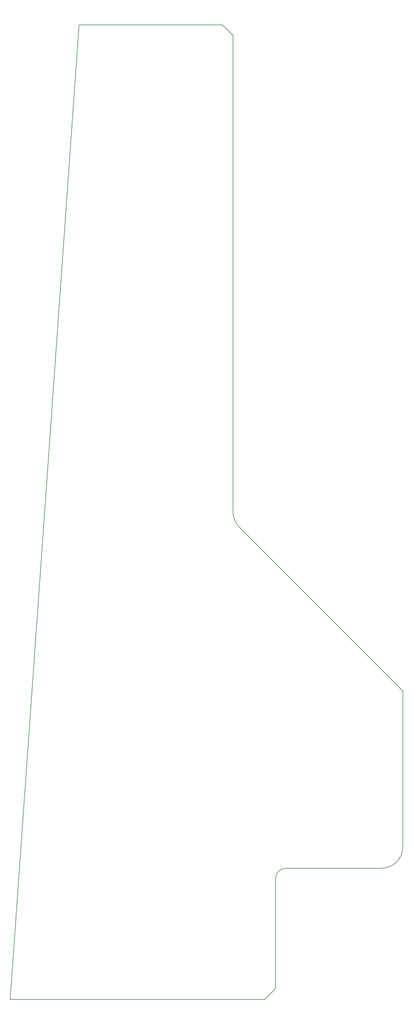
<source format=gm1>
G04 #@! TF.GenerationSoftware,KiCad,Pcbnew,(5.0.0)*
G04 #@! TF.CreationDate,2018-08-18T19:39:24+09:00*
G04 #@! TF.ProjectId,TouchSensor,546F75636853656E736F722E6B696361,rev?*
G04 #@! TF.SameCoordinates,Original*
G04 #@! TF.FileFunction,Profile,NP*
%FSLAX46Y46*%
G04 Gerber Fmt 4.6, Leading zero omitted, Abs format (unit mm)*
G04 Created by KiCad (PCBNEW (5.0.0)) date 08/18/18 19:39:24*
%MOMM*%
%LPD*%
G01*
G04 APERTURE LIST*
%ADD10C,0.200000*%
%ADD11C,0.150000*%
G04 APERTURE END LIST*
D10*
X113000000Y-47000000D02*
X116000000Y-50000000D01*
D11*
X118000000Y-188999999D02*
G75*
G02X116000001Y-184999999I5000000J4999999D01*
G01*
D10*
X164000000Y-279000000D02*
G75*
G02X158000000Y-285000000I-6000000J0D01*
G01*
X72500000Y-47000000D02*
X97000000Y-47000000D01*
X53000000Y-322000000D02*
X72500000Y-47000000D01*
D11*
X128000000Y-288000000D02*
G75*
G02X131000000Y-285000000I3000000J0D01*
G01*
D10*
X125000000Y-322000000D02*
X53000000Y-322000000D01*
X128000000Y-319000000D02*
X125000000Y-322000000D01*
X128000000Y-288000000D02*
X128000000Y-319000000D01*
X158000000Y-285000000D02*
X131000000Y-285000000D01*
X164000000Y-235000000D02*
X164000000Y-279000000D01*
X118000000Y-189000000D02*
X164000000Y-235000000D01*
X116000000Y-50000000D02*
X116000000Y-185000000D01*
X97000000Y-47000000D02*
X113000000Y-47000000D01*
M02*

</source>
